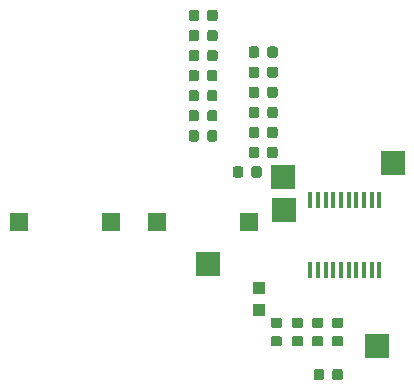
<source format=gbr>
G04 #@! TF.GenerationSoftware,KiCad,Pcbnew,5.1.4-1.fc30*
G04 #@! TF.CreationDate,2019-09-08T13:51:55+02:00*
G04 #@! TF.ProjectId,synchro2,73796e63-6872-46f3-922e-6b696361645f,rev?*
G04 #@! TF.SameCoordinates,Original*
G04 #@! TF.FileFunction,Paste,Top*
G04 #@! TF.FilePolarity,Positive*
%FSLAX46Y46*%
G04 Gerber Fmt 4.6, Leading zero omitted, Abs format (unit mm)*
G04 Created by KiCad (PCBNEW 5.1.4-1.fc30) date 2019-09-08 13:51:55*
%MOMM*%
%LPD*%
G04 APERTURE LIST*
%ADD10R,1.000000X1.000000*%
%ADD11R,2.000000X2.000000*%
%ADD12C,2.000000*%
%ADD13C,0.100000*%
%ADD14R,1.500000X1.500000*%
%ADD15C,0.875000*%
%ADD16R,0.450000X1.450000*%
G04 APERTURE END LIST*
D10*
X223850000Y-121850000D03*
X223850000Y-123750000D03*
D11*
X235150000Y-111300000D03*
X233850000Y-126750000D03*
X219550000Y-119850000D03*
X225950000Y-115300000D03*
D12*
X225900000Y-112500000D03*
D13*
G36*
X224900000Y-113500000D02*
G01*
X224900000Y-111500000D01*
X226900000Y-111500000D01*
X226900000Y-113500000D01*
X224900000Y-113500000D01*
X224900000Y-113500000D01*
G37*
D14*
X215200000Y-116300000D03*
X223000000Y-116300000D03*
D13*
G36*
X218552691Y-103426053D02*
G01*
X218573926Y-103429203D01*
X218594750Y-103434419D01*
X218614962Y-103441651D01*
X218634368Y-103450830D01*
X218652781Y-103461866D01*
X218670024Y-103474654D01*
X218685930Y-103489070D01*
X218700346Y-103504976D01*
X218713134Y-103522219D01*
X218724170Y-103540632D01*
X218733349Y-103560038D01*
X218740581Y-103580250D01*
X218745797Y-103601074D01*
X218748947Y-103622309D01*
X218750000Y-103643750D01*
X218750000Y-104156250D01*
X218748947Y-104177691D01*
X218745797Y-104198926D01*
X218740581Y-104219750D01*
X218733349Y-104239962D01*
X218724170Y-104259368D01*
X218713134Y-104277781D01*
X218700346Y-104295024D01*
X218685930Y-104310930D01*
X218670024Y-104325346D01*
X218652781Y-104338134D01*
X218634368Y-104349170D01*
X218614962Y-104358349D01*
X218594750Y-104365581D01*
X218573926Y-104370797D01*
X218552691Y-104373947D01*
X218531250Y-104375000D01*
X218093750Y-104375000D01*
X218072309Y-104373947D01*
X218051074Y-104370797D01*
X218030250Y-104365581D01*
X218010038Y-104358349D01*
X217990632Y-104349170D01*
X217972219Y-104338134D01*
X217954976Y-104325346D01*
X217939070Y-104310930D01*
X217924654Y-104295024D01*
X217911866Y-104277781D01*
X217900830Y-104259368D01*
X217891651Y-104239962D01*
X217884419Y-104219750D01*
X217879203Y-104198926D01*
X217876053Y-104177691D01*
X217875000Y-104156250D01*
X217875000Y-103643750D01*
X217876053Y-103622309D01*
X217879203Y-103601074D01*
X217884419Y-103580250D01*
X217891651Y-103560038D01*
X217900830Y-103540632D01*
X217911866Y-103522219D01*
X217924654Y-103504976D01*
X217939070Y-103489070D01*
X217954976Y-103474654D01*
X217972219Y-103461866D01*
X217990632Y-103450830D01*
X218010038Y-103441651D01*
X218030250Y-103434419D01*
X218051074Y-103429203D01*
X218072309Y-103426053D01*
X218093750Y-103425000D01*
X218531250Y-103425000D01*
X218552691Y-103426053D01*
X218552691Y-103426053D01*
G37*
D15*
X218312500Y-103900000D03*
D13*
G36*
X220127691Y-103426053D02*
G01*
X220148926Y-103429203D01*
X220169750Y-103434419D01*
X220189962Y-103441651D01*
X220209368Y-103450830D01*
X220227781Y-103461866D01*
X220245024Y-103474654D01*
X220260930Y-103489070D01*
X220275346Y-103504976D01*
X220288134Y-103522219D01*
X220299170Y-103540632D01*
X220308349Y-103560038D01*
X220315581Y-103580250D01*
X220320797Y-103601074D01*
X220323947Y-103622309D01*
X220325000Y-103643750D01*
X220325000Y-104156250D01*
X220323947Y-104177691D01*
X220320797Y-104198926D01*
X220315581Y-104219750D01*
X220308349Y-104239962D01*
X220299170Y-104259368D01*
X220288134Y-104277781D01*
X220275346Y-104295024D01*
X220260930Y-104310930D01*
X220245024Y-104325346D01*
X220227781Y-104338134D01*
X220209368Y-104349170D01*
X220189962Y-104358349D01*
X220169750Y-104365581D01*
X220148926Y-104370797D01*
X220127691Y-104373947D01*
X220106250Y-104375000D01*
X219668750Y-104375000D01*
X219647309Y-104373947D01*
X219626074Y-104370797D01*
X219605250Y-104365581D01*
X219585038Y-104358349D01*
X219565632Y-104349170D01*
X219547219Y-104338134D01*
X219529976Y-104325346D01*
X219514070Y-104310930D01*
X219499654Y-104295024D01*
X219486866Y-104277781D01*
X219475830Y-104259368D01*
X219466651Y-104239962D01*
X219459419Y-104219750D01*
X219454203Y-104198926D01*
X219451053Y-104177691D01*
X219450000Y-104156250D01*
X219450000Y-103643750D01*
X219451053Y-103622309D01*
X219454203Y-103601074D01*
X219459419Y-103580250D01*
X219466651Y-103560038D01*
X219475830Y-103540632D01*
X219486866Y-103522219D01*
X219499654Y-103504976D01*
X219514070Y-103489070D01*
X219529976Y-103474654D01*
X219547219Y-103461866D01*
X219565632Y-103450830D01*
X219585038Y-103441651D01*
X219605250Y-103434419D01*
X219626074Y-103429203D01*
X219647309Y-103426053D01*
X219668750Y-103425000D01*
X220106250Y-103425000D01*
X220127691Y-103426053D01*
X220127691Y-103426053D01*
G37*
D15*
X219887500Y-103900000D03*
D13*
G36*
X223652691Y-106526053D02*
G01*
X223673926Y-106529203D01*
X223694750Y-106534419D01*
X223714962Y-106541651D01*
X223734368Y-106550830D01*
X223752781Y-106561866D01*
X223770024Y-106574654D01*
X223785930Y-106589070D01*
X223800346Y-106604976D01*
X223813134Y-106622219D01*
X223824170Y-106640632D01*
X223833349Y-106660038D01*
X223840581Y-106680250D01*
X223845797Y-106701074D01*
X223848947Y-106722309D01*
X223850000Y-106743750D01*
X223850000Y-107256250D01*
X223848947Y-107277691D01*
X223845797Y-107298926D01*
X223840581Y-107319750D01*
X223833349Y-107339962D01*
X223824170Y-107359368D01*
X223813134Y-107377781D01*
X223800346Y-107395024D01*
X223785930Y-107410930D01*
X223770024Y-107425346D01*
X223752781Y-107438134D01*
X223734368Y-107449170D01*
X223714962Y-107458349D01*
X223694750Y-107465581D01*
X223673926Y-107470797D01*
X223652691Y-107473947D01*
X223631250Y-107475000D01*
X223193750Y-107475000D01*
X223172309Y-107473947D01*
X223151074Y-107470797D01*
X223130250Y-107465581D01*
X223110038Y-107458349D01*
X223090632Y-107449170D01*
X223072219Y-107438134D01*
X223054976Y-107425346D01*
X223039070Y-107410930D01*
X223024654Y-107395024D01*
X223011866Y-107377781D01*
X223000830Y-107359368D01*
X222991651Y-107339962D01*
X222984419Y-107319750D01*
X222979203Y-107298926D01*
X222976053Y-107277691D01*
X222975000Y-107256250D01*
X222975000Y-106743750D01*
X222976053Y-106722309D01*
X222979203Y-106701074D01*
X222984419Y-106680250D01*
X222991651Y-106660038D01*
X223000830Y-106640632D01*
X223011866Y-106622219D01*
X223024654Y-106604976D01*
X223039070Y-106589070D01*
X223054976Y-106574654D01*
X223072219Y-106561866D01*
X223090632Y-106550830D01*
X223110038Y-106541651D01*
X223130250Y-106534419D01*
X223151074Y-106529203D01*
X223172309Y-106526053D01*
X223193750Y-106525000D01*
X223631250Y-106525000D01*
X223652691Y-106526053D01*
X223652691Y-106526053D01*
G37*
D15*
X223412500Y-107000000D03*
D13*
G36*
X225227691Y-106526053D02*
G01*
X225248926Y-106529203D01*
X225269750Y-106534419D01*
X225289962Y-106541651D01*
X225309368Y-106550830D01*
X225327781Y-106561866D01*
X225345024Y-106574654D01*
X225360930Y-106589070D01*
X225375346Y-106604976D01*
X225388134Y-106622219D01*
X225399170Y-106640632D01*
X225408349Y-106660038D01*
X225415581Y-106680250D01*
X225420797Y-106701074D01*
X225423947Y-106722309D01*
X225425000Y-106743750D01*
X225425000Y-107256250D01*
X225423947Y-107277691D01*
X225420797Y-107298926D01*
X225415581Y-107319750D01*
X225408349Y-107339962D01*
X225399170Y-107359368D01*
X225388134Y-107377781D01*
X225375346Y-107395024D01*
X225360930Y-107410930D01*
X225345024Y-107425346D01*
X225327781Y-107438134D01*
X225309368Y-107449170D01*
X225289962Y-107458349D01*
X225269750Y-107465581D01*
X225248926Y-107470797D01*
X225227691Y-107473947D01*
X225206250Y-107475000D01*
X224768750Y-107475000D01*
X224747309Y-107473947D01*
X224726074Y-107470797D01*
X224705250Y-107465581D01*
X224685038Y-107458349D01*
X224665632Y-107449170D01*
X224647219Y-107438134D01*
X224629976Y-107425346D01*
X224614070Y-107410930D01*
X224599654Y-107395024D01*
X224586866Y-107377781D01*
X224575830Y-107359368D01*
X224566651Y-107339962D01*
X224559419Y-107319750D01*
X224554203Y-107298926D01*
X224551053Y-107277691D01*
X224550000Y-107256250D01*
X224550000Y-106743750D01*
X224551053Y-106722309D01*
X224554203Y-106701074D01*
X224559419Y-106680250D01*
X224566651Y-106660038D01*
X224575830Y-106640632D01*
X224586866Y-106622219D01*
X224599654Y-106604976D01*
X224614070Y-106589070D01*
X224629976Y-106574654D01*
X224647219Y-106561866D01*
X224665632Y-106550830D01*
X224685038Y-106541651D01*
X224705250Y-106534419D01*
X224726074Y-106529203D01*
X224747309Y-106526053D01*
X224768750Y-106525000D01*
X225206250Y-106525000D01*
X225227691Y-106526053D01*
X225227691Y-106526053D01*
G37*
D15*
X224987500Y-107000000D03*
D13*
G36*
X225227691Y-101426053D02*
G01*
X225248926Y-101429203D01*
X225269750Y-101434419D01*
X225289962Y-101441651D01*
X225309368Y-101450830D01*
X225327781Y-101461866D01*
X225345024Y-101474654D01*
X225360930Y-101489070D01*
X225375346Y-101504976D01*
X225388134Y-101522219D01*
X225399170Y-101540632D01*
X225408349Y-101560038D01*
X225415581Y-101580250D01*
X225420797Y-101601074D01*
X225423947Y-101622309D01*
X225425000Y-101643750D01*
X225425000Y-102156250D01*
X225423947Y-102177691D01*
X225420797Y-102198926D01*
X225415581Y-102219750D01*
X225408349Y-102239962D01*
X225399170Y-102259368D01*
X225388134Y-102277781D01*
X225375346Y-102295024D01*
X225360930Y-102310930D01*
X225345024Y-102325346D01*
X225327781Y-102338134D01*
X225309368Y-102349170D01*
X225289962Y-102358349D01*
X225269750Y-102365581D01*
X225248926Y-102370797D01*
X225227691Y-102373947D01*
X225206250Y-102375000D01*
X224768750Y-102375000D01*
X224747309Y-102373947D01*
X224726074Y-102370797D01*
X224705250Y-102365581D01*
X224685038Y-102358349D01*
X224665632Y-102349170D01*
X224647219Y-102338134D01*
X224629976Y-102325346D01*
X224614070Y-102310930D01*
X224599654Y-102295024D01*
X224586866Y-102277781D01*
X224575830Y-102259368D01*
X224566651Y-102239962D01*
X224559419Y-102219750D01*
X224554203Y-102198926D01*
X224551053Y-102177691D01*
X224550000Y-102156250D01*
X224550000Y-101643750D01*
X224551053Y-101622309D01*
X224554203Y-101601074D01*
X224559419Y-101580250D01*
X224566651Y-101560038D01*
X224575830Y-101540632D01*
X224586866Y-101522219D01*
X224599654Y-101504976D01*
X224614070Y-101489070D01*
X224629976Y-101474654D01*
X224647219Y-101461866D01*
X224665632Y-101450830D01*
X224685038Y-101441651D01*
X224705250Y-101434419D01*
X224726074Y-101429203D01*
X224747309Y-101426053D01*
X224768750Y-101425000D01*
X225206250Y-101425000D01*
X225227691Y-101426053D01*
X225227691Y-101426053D01*
G37*
D15*
X224987500Y-101900000D03*
D13*
G36*
X223652691Y-101426053D02*
G01*
X223673926Y-101429203D01*
X223694750Y-101434419D01*
X223714962Y-101441651D01*
X223734368Y-101450830D01*
X223752781Y-101461866D01*
X223770024Y-101474654D01*
X223785930Y-101489070D01*
X223800346Y-101504976D01*
X223813134Y-101522219D01*
X223824170Y-101540632D01*
X223833349Y-101560038D01*
X223840581Y-101580250D01*
X223845797Y-101601074D01*
X223848947Y-101622309D01*
X223850000Y-101643750D01*
X223850000Y-102156250D01*
X223848947Y-102177691D01*
X223845797Y-102198926D01*
X223840581Y-102219750D01*
X223833349Y-102239962D01*
X223824170Y-102259368D01*
X223813134Y-102277781D01*
X223800346Y-102295024D01*
X223785930Y-102310930D01*
X223770024Y-102325346D01*
X223752781Y-102338134D01*
X223734368Y-102349170D01*
X223714962Y-102358349D01*
X223694750Y-102365581D01*
X223673926Y-102370797D01*
X223652691Y-102373947D01*
X223631250Y-102375000D01*
X223193750Y-102375000D01*
X223172309Y-102373947D01*
X223151074Y-102370797D01*
X223130250Y-102365581D01*
X223110038Y-102358349D01*
X223090632Y-102349170D01*
X223072219Y-102338134D01*
X223054976Y-102325346D01*
X223039070Y-102310930D01*
X223024654Y-102295024D01*
X223011866Y-102277781D01*
X223000830Y-102259368D01*
X222991651Y-102239962D01*
X222984419Y-102219750D01*
X222979203Y-102198926D01*
X222976053Y-102177691D01*
X222975000Y-102156250D01*
X222975000Y-101643750D01*
X222976053Y-101622309D01*
X222979203Y-101601074D01*
X222984419Y-101580250D01*
X222991651Y-101560038D01*
X223000830Y-101540632D01*
X223011866Y-101522219D01*
X223024654Y-101504976D01*
X223039070Y-101489070D01*
X223054976Y-101474654D01*
X223072219Y-101461866D01*
X223090632Y-101450830D01*
X223110038Y-101441651D01*
X223130250Y-101434419D01*
X223151074Y-101429203D01*
X223172309Y-101426053D01*
X223193750Y-101425000D01*
X223631250Y-101425000D01*
X223652691Y-101426053D01*
X223652691Y-101426053D01*
G37*
D15*
X223412500Y-101900000D03*
D13*
G36*
X225215191Y-109926053D02*
G01*
X225236426Y-109929203D01*
X225257250Y-109934419D01*
X225277462Y-109941651D01*
X225296868Y-109950830D01*
X225315281Y-109961866D01*
X225332524Y-109974654D01*
X225348430Y-109989070D01*
X225362846Y-110004976D01*
X225375634Y-110022219D01*
X225386670Y-110040632D01*
X225395849Y-110060038D01*
X225403081Y-110080250D01*
X225408297Y-110101074D01*
X225411447Y-110122309D01*
X225412500Y-110143750D01*
X225412500Y-110656250D01*
X225411447Y-110677691D01*
X225408297Y-110698926D01*
X225403081Y-110719750D01*
X225395849Y-110739962D01*
X225386670Y-110759368D01*
X225375634Y-110777781D01*
X225362846Y-110795024D01*
X225348430Y-110810930D01*
X225332524Y-110825346D01*
X225315281Y-110838134D01*
X225296868Y-110849170D01*
X225277462Y-110858349D01*
X225257250Y-110865581D01*
X225236426Y-110870797D01*
X225215191Y-110873947D01*
X225193750Y-110875000D01*
X224756250Y-110875000D01*
X224734809Y-110873947D01*
X224713574Y-110870797D01*
X224692750Y-110865581D01*
X224672538Y-110858349D01*
X224653132Y-110849170D01*
X224634719Y-110838134D01*
X224617476Y-110825346D01*
X224601570Y-110810930D01*
X224587154Y-110795024D01*
X224574366Y-110777781D01*
X224563330Y-110759368D01*
X224554151Y-110739962D01*
X224546919Y-110719750D01*
X224541703Y-110698926D01*
X224538553Y-110677691D01*
X224537500Y-110656250D01*
X224537500Y-110143750D01*
X224538553Y-110122309D01*
X224541703Y-110101074D01*
X224546919Y-110080250D01*
X224554151Y-110060038D01*
X224563330Y-110040632D01*
X224574366Y-110022219D01*
X224587154Y-110004976D01*
X224601570Y-109989070D01*
X224617476Y-109974654D01*
X224634719Y-109961866D01*
X224653132Y-109950830D01*
X224672538Y-109941651D01*
X224692750Y-109934419D01*
X224713574Y-109929203D01*
X224734809Y-109926053D01*
X224756250Y-109925000D01*
X225193750Y-109925000D01*
X225215191Y-109926053D01*
X225215191Y-109926053D01*
G37*
D15*
X224975000Y-110400000D03*
D13*
G36*
X223640191Y-109926053D02*
G01*
X223661426Y-109929203D01*
X223682250Y-109934419D01*
X223702462Y-109941651D01*
X223721868Y-109950830D01*
X223740281Y-109961866D01*
X223757524Y-109974654D01*
X223773430Y-109989070D01*
X223787846Y-110004976D01*
X223800634Y-110022219D01*
X223811670Y-110040632D01*
X223820849Y-110060038D01*
X223828081Y-110080250D01*
X223833297Y-110101074D01*
X223836447Y-110122309D01*
X223837500Y-110143750D01*
X223837500Y-110656250D01*
X223836447Y-110677691D01*
X223833297Y-110698926D01*
X223828081Y-110719750D01*
X223820849Y-110739962D01*
X223811670Y-110759368D01*
X223800634Y-110777781D01*
X223787846Y-110795024D01*
X223773430Y-110810930D01*
X223757524Y-110825346D01*
X223740281Y-110838134D01*
X223721868Y-110849170D01*
X223702462Y-110858349D01*
X223682250Y-110865581D01*
X223661426Y-110870797D01*
X223640191Y-110873947D01*
X223618750Y-110875000D01*
X223181250Y-110875000D01*
X223159809Y-110873947D01*
X223138574Y-110870797D01*
X223117750Y-110865581D01*
X223097538Y-110858349D01*
X223078132Y-110849170D01*
X223059719Y-110838134D01*
X223042476Y-110825346D01*
X223026570Y-110810930D01*
X223012154Y-110795024D01*
X222999366Y-110777781D01*
X222988330Y-110759368D01*
X222979151Y-110739962D01*
X222971919Y-110719750D01*
X222966703Y-110698926D01*
X222963553Y-110677691D01*
X222962500Y-110656250D01*
X222962500Y-110143750D01*
X222963553Y-110122309D01*
X222966703Y-110101074D01*
X222971919Y-110080250D01*
X222979151Y-110060038D01*
X222988330Y-110040632D01*
X222999366Y-110022219D01*
X223012154Y-110004976D01*
X223026570Y-109989070D01*
X223042476Y-109974654D01*
X223059719Y-109961866D01*
X223078132Y-109950830D01*
X223097538Y-109941651D01*
X223117750Y-109934419D01*
X223138574Y-109929203D01*
X223159809Y-109926053D01*
X223181250Y-109925000D01*
X223618750Y-109925000D01*
X223640191Y-109926053D01*
X223640191Y-109926053D01*
G37*
D15*
X223400000Y-110400000D03*
D13*
G36*
X218552691Y-106826053D02*
G01*
X218573926Y-106829203D01*
X218594750Y-106834419D01*
X218614962Y-106841651D01*
X218634368Y-106850830D01*
X218652781Y-106861866D01*
X218670024Y-106874654D01*
X218685930Y-106889070D01*
X218700346Y-106904976D01*
X218713134Y-106922219D01*
X218724170Y-106940632D01*
X218733349Y-106960038D01*
X218740581Y-106980250D01*
X218745797Y-107001074D01*
X218748947Y-107022309D01*
X218750000Y-107043750D01*
X218750000Y-107556250D01*
X218748947Y-107577691D01*
X218745797Y-107598926D01*
X218740581Y-107619750D01*
X218733349Y-107639962D01*
X218724170Y-107659368D01*
X218713134Y-107677781D01*
X218700346Y-107695024D01*
X218685930Y-107710930D01*
X218670024Y-107725346D01*
X218652781Y-107738134D01*
X218634368Y-107749170D01*
X218614962Y-107758349D01*
X218594750Y-107765581D01*
X218573926Y-107770797D01*
X218552691Y-107773947D01*
X218531250Y-107775000D01*
X218093750Y-107775000D01*
X218072309Y-107773947D01*
X218051074Y-107770797D01*
X218030250Y-107765581D01*
X218010038Y-107758349D01*
X217990632Y-107749170D01*
X217972219Y-107738134D01*
X217954976Y-107725346D01*
X217939070Y-107710930D01*
X217924654Y-107695024D01*
X217911866Y-107677781D01*
X217900830Y-107659368D01*
X217891651Y-107639962D01*
X217884419Y-107619750D01*
X217879203Y-107598926D01*
X217876053Y-107577691D01*
X217875000Y-107556250D01*
X217875000Y-107043750D01*
X217876053Y-107022309D01*
X217879203Y-107001074D01*
X217884419Y-106980250D01*
X217891651Y-106960038D01*
X217900830Y-106940632D01*
X217911866Y-106922219D01*
X217924654Y-106904976D01*
X217939070Y-106889070D01*
X217954976Y-106874654D01*
X217972219Y-106861866D01*
X217990632Y-106850830D01*
X218010038Y-106841651D01*
X218030250Y-106834419D01*
X218051074Y-106829203D01*
X218072309Y-106826053D01*
X218093750Y-106825000D01*
X218531250Y-106825000D01*
X218552691Y-106826053D01*
X218552691Y-106826053D01*
G37*
D15*
X218312500Y-107300000D03*
D13*
G36*
X220127691Y-106826053D02*
G01*
X220148926Y-106829203D01*
X220169750Y-106834419D01*
X220189962Y-106841651D01*
X220209368Y-106850830D01*
X220227781Y-106861866D01*
X220245024Y-106874654D01*
X220260930Y-106889070D01*
X220275346Y-106904976D01*
X220288134Y-106922219D01*
X220299170Y-106940632D01*
X220308349Y-106960038D01*
X220315581Y-106980250D01*
X220320797Y-107001074D01*
X220323947Y-107022309D01*
X220325000Y-107043750D01*
X220325000Y-107556250D01*
X220323947Y-107577691D01*
X220320797Y-107598926D01*
X220315581Y-107619750D01*
X220308349Y-107639962D01*
X220299170Y-107659368D01*
X220288134Y-107677781D01*
X220275346Y-107695024D01*
X220260930Y-107710930D01*
X220245024Y-107725346D01*
X220227781Y-107738134D01*
X220209368Y-107749170D01*
X220189962Y-107758349D01*
X220169750Y-107765581D01*
X220148926Y-107770797D01*
X220127691Y-107773947D01*
X220106250Y-107775000D01*
X219668750Y-107775000D01*
X219647309Y-107773947D01*
X219626074Y-107770797D01*
X219605250Y-107765581D01*
X219585038Y-107758349D01*
X219565632Y-107749170D01*
X219547219Y-107738134D01*
X219529976Y-107725346D01*
X219514070Y-107710930D01*
X219499654Y-107695024D01*
X219486866Y-107677781D01*
X219475830Y-107659368D01*
X219466651Y-107639962D01*
X219459419Y-107619750D01*
X219454203Y-107598926D01*
X219451053Y-107577691D01*
X219450000Y-107556250D01*
X219450000Y-107043750D01*
X219451053Y-107022309D01*
X219454203Y-107001074D01*
X219459419Y-106980250D01*
X219466651Y-106960038D01*
X219475830Y-106940632D01*
X219486866Y-106922219D01*
X219499654Y-106904976D01*
X219514070Y-106889070D01*
X219529976Y-106874654D01*
X219547219Y-106861866D01*
X219565632Y-106850830D01*
X219585038Y-106841651D01*
X219605250Y-106834419D01*
X219626074Y-106829203D01*
X219647309Y-106826053D01*
X219668750Y-106825000D01*
X220106250Y-106825000D01*
X220127691Y-106826053D01*
X220127691Y-106826053D01*
G37*
D15*
X219887500Y-107300000D03*
D13*
G36*
X230777691Y-125951053D02*
G01*
X230798926Y-125954203D01*
X230819750Y-125959419D01*
X230839962Y-125966651D01*
X230859368Y-125975830D01*
X230877781Y-125986866D01*
X230895024Y-125999654D01*
X230910930Y-126014070D01*
X230925346Y-126029976D01*
X230938134Y-126047219D01*
X230949170Y-126065632D01*
X230958349Y-126085038D01*
X230965581Y-126105250D01*
X230970797Y-126126074D01*
X230973947Y-126147309D01*
X230975000Y-126168750D01*
X230975000Y-126606250D01*
X230973947Y-126627691D01*
X230970797Y-126648926D01*
X230965581Y-126669750D01*
X230958349Y-126689962D01*
X230949170Y-126709368D01*
X230938134Y-126727781D01*
X230925346Y-126745024D01*
X230910930Y-126760930D01*
X230895024Y-126775346D01*
X230877781Y-126788134D01*
X230859368Y-126799170D01*
X230839962Y-126808349D01*
X230819750Y-126815581D01*
X230798926Y-126820797D01*
X230777691Y-126823947D01*
X230756250Y-126825000D01*
X230243750Y-126825000D01*
X230222309Y-126823947D01*
X230201074Y-126820797D01*
X230180250Y-126815581D01*
X230160038Y-126808349D01*
X230140632Y-126799170D01*
X230122219Y-126788134D01*
X230104976Y-126775346D01*
X230089070Y-126760930D01*
X230074654Y-126745024D01*
X230061866Y-126727781D01*
X230050830Y-126709368D01*
X230041651Y-126689962D01*
X230034419Y-126669750D01*
X230029203Y-126648926D01*
X230026053Y-126627691D01*
X230025000Y-126606250D01*
X230025000Y-126168750D01*
X230026053Y-126147309D01*
X230029203Y-126126074D01*
X230034419Y-126105250D01*
X230041651Y-126085038D01*
X230050830Y-126065632D01*
X230061866Y-126047219D01*
X230074654Y-126029976D01*
X230089070Y-126014070D01*
X230104976Y-125999654D01*
X230122219Y-125986866D01*
X230140632Y-125975830D01*
X230160038Y-125966651D01*
X230180250Y-125959419D01*
X230201074Y-125954203D01*
X230222309Y-125951053D01*
X230243750Y-125950000D01*
X230756250Y-125950000D01*
X230777691Y-125951053D01*
X230777691Y-125951053D01*
G37*
D15*
X230500000Y-126387500D03*
D13*
G36*
X230777691Y-124376053D02*
G01*
X230798926Y-124379203D01*
X230819750Y-124384419D01*
X230839962Y-124391651D01*
X230859368Y-124400830D01*
X230877781Y-124411866D01*
X230895024Y-124424654D01*
X230910930Y-124439070D01*
X230925346Y-124454976D01*
X230938134Y-124472219D01*
X230949170Y-124490632D01*
X230958349Y-124510038D01*
X230965581Y-124530250D01*
X230970797Y-124551074D01*
X230973947Y-124572309D01*
X230975000Y-124593750D01*
X230975000Y-125031250D01*
X230973947Y-125052691D01*
X230970797Y-125073926D01*
X230965581Y-125094750D01*
X230958349Y-125114962D01*
X230949170Y-125134368D01*
X230938134Y-125152781D01*
X230925346Y-125170024D01*
X230910930Y-125185930D01*
X230895024Y-125200346D01*
X230877781Y-125213134D01*
X230859368Y-125224170D01*
X230839962Y-125233349D01*
X230819750Y-125240581D01*
X230798926Y-125245797D01*
X230777691Y-125248947D01*
X230756250Y-125250000D01*
X230243750Y-125250000D01*
X230222309Y-125248947D01*
X230201074Y-125245797D01*
X230180250Y-125240581D01*
X230160038Y-125233349D01*
X230140632Y-125224170D01*
X230122219Y-125213134D01*
X230104976Y-125200346D01*
X230089070Y-125185930D01*
X230074654Y-125170024D01*
X230061866Y-125152781D01*
X230050830Y-125134368D01*
X230041651Y-125114962D01*
X230034419Y-125094750D01*
X230029203Y-125073926D01*
X230026053Y-125052691D01*
X230025000Y-125031250D01*
X230025000Y-124593750D01*
X230026053Y-124572309D01*
X230029203Y-124551074D01*
X230034419Y-124530250D01*
X230041651Y-124510038D01*
X230050830Y-124490632D01*
X230061866Y-124472219D01*
X230074654Y-124454976D01*
X230089070Y-124439070D01*
X230104976Y-124424654D01*
X230122219Y-124411866D01*
X230140632Y-124400830D01*
X230160038Y-124391651D01*
X230180250Y-124384419D01*
X230201074Y-124379203D01*
X230222309Y-124376053D01*
X230243750Y-124375000D01*
X230756250Y-124375000D01*
X230777691Y-124376053D01*
X230777691Y-124376053D01*
G37*
D15*
X230500000Y-124812500D03*
D13*
G36*
X225215191Y-104826053D02*
G01*
X225236426Y-104829203D01*
X225257250Y-104834419D01*
X225277462Y-104841651D01*
X225296868Y-104850830D01*
X225315281Y-104861866D01*
X225332524Y-104874654D01*
X225348430Y-104889070D01*
X225362846Y-104904976D01*
X225375634Y-104922219D01*
X225386670Y-104940632D01*
X225395849Y-104960038D01*
X225403081Y-104980250D01*
X225408297Y-105001074D01*
X225411447Y-105022309D01*
X225412500Y-105043750D01*
X225412500Y-105556250D01*
X225411447Y-105577691D01*
X225408297Y-105598926D01*
X225403081Y-105619750D01*
X225395849Y-105639962D01*
X225386670Y-105659368D01*
X225375634Y-105677781D01*
X225362846Y-105695024D01*
X225348430Y-105710930D01*
X225332524Y-105725346D01*
X225315281Y-105738134D01*
X225296868Y-105749170D01*
X225277462Y-105758349D01*
X225257250Y-105765581D01*
X225236426Y-105770797D01*
X225215191Y-105773947D01*
X225193750Y-105775000D01*
X224756250Y-105775000D01*
X224734809Y-105773947D01*
X224713574Y-105770797D01*
X224692750Y-105765581D01*
X224672538Y-105758349D01*
X224653132Y-105749170D01*
X224634719Y-105738134D01*
X224617476Y-105725346D01*
X224601570Y-105710930D01*
X224587154Y-105695024D01*
X224574366Y-105677781D01*
X224563330Y-105659368D01*
X224554151Y-105639962D01*
X224546919Y-105619750D01*
X224541703Y-105598926D01*
X224538553Y-105577691D01*
X224537500Y-105556250D01*
X224537500Y-105043750D01*
X224538553Y-105022309D01*
X224541703Y-105001074D01*
X224546919Y-104980250D01*
X224554151Y-104960038D01*
X224563330Y-104940632D01*
X224574366Y-104922219D01*
X224587154Y-104904976D01*
X224601570Y-104889070D01*
X224617476Y-104874654D01*
X224634719Y-104861866D01*
X224653132Y-104850830D01*
X224672538Y-104841651D01*
X224692750Y-104834419D01*
X224713574Y-104829203D01*
X224734809Y-104826053D01*
X224756250Y-104825000D01*
X225193750Y-104825000D01*
X225215191Y-104826053D01*
X225215191Y-104826053D01*
G37*
D15*
X224975000Y-105300000D03*
D13*
G36*
X223640191Y-104826053D02*
G01*
X223661426Y-104829203D01*
X223682250Y-104834419D01*
X223702462Y-104841651D01*
X223721868Y-104850830D01*
X223740281Y-104861866D01*
X223757524Y-104874654D01*
X223773430Y-104889070D01*
X223787846Y-104904976D01*
X223800634Y-104922219D01*
X223811670Y-104940632D01*
X223820849Y-104960038D01*
X223828081Y-104980250D01*
X223833297Y-105001074D01*
X223836447Y-105022309D01*
X223837500Y-105043750D01*
X223837500Y-105556250D01*
X223836447Y-105577691D01*
X223833297Y-105598926D01*
X223828081Y-105619750D01*
X223820849Y-105639962D01*
X223811670Y-105659368D01*
X223800634Y-105677781D01*
X223787846Y-105695024D01*
X223773430Y-105710930D01*
X223757524Y-105725346D01*
X223740281Y-105738134D01*
X223721868Y-105749170D01*
X223702462Y-105758349D01*
X223682250Y-105765581D01*
X223661426Y-105770797D01*
X223640191Y-105773947D01*
X223618750Y-105775000D01*
X223181250Y-105775000D01*
X223159809Y-105773947D01*
X223138574Y-105770797D01*
X223117750Y-105765581D01*
X223097538Y-105758349D01*
X223078132Y-105749170D01*
X223059719Y-105738134D01*
X223042476Y-105725346D01*
X223026570Y-105710930D01*
X223012154Y-105695024D01*
X222999366Y-105677781D01*
X222988330Y-105659368D01*
X222979151Y-105639962D01*
X222971919Y-105619750D01*
X222966703Y-105598926D01*
X222963553Y-105577691D01*
X222962500Y-105556250D01*
X222962500Y-105043750D01*
X222963553Y-105022309D01*
X222966703Y-105001074D01*
X222971919Y-104980250D01*
X222979151Y-104960038D01*
X222988330Y-104940632D01*
X222999366Y-104922219D01*
X223012154Y-104904976D01*
X223026570Y-104889070D01*
X223042476Y-104874654D01*
X223059719Y-104861866D01*
X223078132Y-104850830D01*
X223097538Y-104841651D01*
X223117750Y-104834419D01*
X223138574Y-104829203D01*
X223159809Y-104826053D01*
X223181250Y-104825000D01*
X223618750Y-104825000D01*
X223640191Y-104826053D01*
X223640191Y-104826053D01*
G37*
D15*
X223400000Y-105300000D03*
D13*
G36*
X220140191Y-101726053D02*
G01*
X220161426Y-101729203D01*
X220182250Y-101734419D01*
X220202462Y-101741651D01*
X220221868Y-101750830D01*
X220240281Y-101761866D01*
X220257524Y-101774654D01*
X220273430Y-101789070D01*
X220287846Y-101804976D01*
X220300634Y-101822219D01*
X220311670Y-101840632D01*
X220320849Y-101860038D01*
X220328081Y-101880250D01*
X220333297Y-101901074D01*
X220336447Y-101922309D01*
X220337500Y-101943750D01*
X220337500Y-102456250D01*
X220336447Y-102477691D01*
X220333297Y-102498926D01*
X220328081Y-102519750D01*
X220320849Y-102539962D01*
X220311670Y-102559368D01*
X220300634Y-102577781D01*
X220287846Y-102595024D01*
X220273430Y-102610930D01*
X220257524Y-102625346D01*
X220240281Y-102638134D01*
X220221868Y-102649170D01*
X220202462Y-102658349D01*
X220182250Y-102665581D01*
X220161426Y-102670797D01*
X220140191Y-102673947D01*
X220118750Y-102675000D01*
X219681250Y-102675000D01*
X219659809Y-102673947D01*
X219638574Y-102670797D01*
X219617750Y-102665581D01*
X219597538Y-102658349D01*
X219578132Y-102649170D01*
X219559719Y-102638134D01*
X219542476Y-102625346D01*
X219526570Y-102610930D01*
X219512154Y-102595024D01*
X219499366Y-102577781D01*
X219488330Y-102559368D01*
X219479151Y-102539962D01*
X219471919Y-102519750D01*
X219466703Y-102498926D01*
X219463553Y-102477691D01*
X219462500Y-102456250D01*
X219462500Y-101943750D01*
X219463553Y-101922309D01*
X219466703Y-101901074D01*
X219471919Y-101880250D01*
X219479151Y-101860038D01*
X219488330Y-101840632D01*
X219499366Y-101822219D01*
X219512154Y-101804976D01*
X219526570Y-101789070D01*
X219542476Y-101774654D01*
X219559719Y-101761866D01*
X219578132Y-101750830D01*
X219597538Y-101741651D01*
X219617750Y-101734419D01*
X219638574Y-101729203D01*
X219659809Y-101726053D01*
X219681250Y-101725000D01*
X220118750Y-101725000D01*
X220140191Y-101726053D01*
X220140191Y-101726053D01*
G37*
D15*
X219900000Y-102200000D03*
D13*
G36*
X218565191Y-101726053D02*
G01*
X218586426Y-101729203D01*
X218607250Y-101734419D01*
X218627462Y-101741651D01*
X218646868Y-101750830D01*
X218665281Y-101761866D01*
X218682524Y-101774654D01*
X218698430Y-101789070D01*
X218712846Y-101804976D01*
X218725634Y-101822219D01*
X218736670Y-101840632D01*
X218745849Y-101860038D01*
X218753081Y-101880250D01*
X218758297Y-101901074D01*
X218761447Y-101922309D01*
X218762500Y-101943750D01*
X218762500Y-102456250D01*
X218761447Y-102477691D01*
X218758297Y-102498926D01*
X218753081Y-102519750D01*
X218745849Y-102539962D01*
X218736670Y-102559368D01*
X218725634Y-102577781D01*
X218712846Y-102595024D01*
X218698430Y-102610930D01*
X218682524Y-102625346D01*
X218665281Y-102638134D01*
X218646868Y-102649170D01*
X218627462Y-102658349D01*
X218607250Y-102665581D01*
X218586426Y-102670797D01*
X218565191Y-102673947D01*
X218543750Y-102675000D01*
X218106250Y-102675000D01*
X218084809Y-102673947D01*
X218063574Y-102670797D01*
X218042750Y-102665581D01*
X218022538Y-102658349D01*
X218003132Y-102649170D01*
X217984719Y-102638134D01*
X217967476Y-102625346D01*
X217951570Y-102610930D01*
X217937154Y-102595024D01*
X217924366Y-102577781D01*
X217913330Y-102559368D01*
X217904151Y-102539962D01*
X217896919Y-102519750D01*
X217891703Y-102498926D01*
X217888553Y-102477691D01*
X217887500Y-102456250D01*
X217887500Y-101943750D01*
X217888553Y-101922309D01*
X217891703Y-101901074D01*
X217896919Y-101880250D01*
X217904151Y-101860038D01*
X217913330Y-101840632D01*
X217924366Y-101822219D01*
X217937154Y-101804976D01*
X217951570Y-101789070D01*
X217967476Y-101774654D01*
X217984719Y-101761866D01*
X218003132Y-101750830D01*
X218022538Y-101741651D01*
X218042750Y-101734419D01*
X218063574Y-101729203D01*
X218084809Y-101726053D01*
X218106250Y-101725000D01*
X218543750Y-101725000D01*
X218565191Y-101726053D01*
X218565191Y-101726053D01*
G37*
D15*
X218325000Y-102200000D03*
D13*
G36*
X220127691Y-105126053D02*
G01*
X220148926Y-105129203D01*
X220169750Y-105134419D01*
X220189962Y-105141651D01*
X220209368Y-105150830D01*
X220227781Y-105161866D01*
X220245024Y-105174654D01*
X220260930Y-105189070D01*
X220275346Y-105204976D01*
X220288134Y-105222219D01*
X220299170Y-105240632D01*
X220308349Y-105260038D01*
X220315581Y-105280250D01*
X220320797Y-105301074D01*
X220323947Y-105322309D01*
X220325000Y-105343750D01*
X220325000Y-105856250D01*
X220323947Y-105877691D01*
X220320797Y-105898926D01*
X220315581Y-105919750D01*
X220308349Y-105939962D01*
X220299170Y-105959368D01*
X220288134Y-105977781D01*
X220275346Y-105995024D01*
X220260930Y-106010930D01*
X220245024Y-106025346D01*
X220227781Y-106038134D01*
X220209368Y-106049170D01*
X220189962Y-106058349D01*
X220169750Y-106065581D01*
X220148926Y-106070797D01*
X220127691Y-106073947D01*
X220106250Y-106075000D01*
X219668750Y-106075000D01*
X219647309Y-106073947D01*
X219626074Y-106070797D01*
X219605250Y-106065581D01*
X219585038Y-106058349D01*
X219565632Y-106049170D01*
X219547219Y-106038134D01*
X219529976Y-106025346D01*
X219514070Y-106010930D01*
X219499654Y-105995024D01*
X219486866Y-105977781D01*
X219475830Y-105959368D01*
X219466651Y-105939962D01*
X219459419Y-105919750D01*
X219454203Y-105898926D01*
X219451053Y-105877691D01*
X219450000Y-105856250D01*
X219450000Y-105343750D01*
X219451053Y-105322309D01*
X219454203Y-105301074D01*
X219459419Y-105280250D01*
X219466651Y-105260038D01*
X219475830Y-105240632D01*
X219486866Y-105222219D01*
X219499654Y-105204976D01*
X219514070Y-105189070D01*
X219529976Y-105174654D01*
X219547219Y-105161866D01*
X219565632Y-105150830D01*
X219585038Y-105141651D01*
X219605250Y-105134419D01*
X219626074Y-105129203D01*
X219647309Y-105126053D01*
X219668750Y-105125000D01*
X220106250Y-105125000D01*
X220127691Y-105126053D01*
X220127691Y-105126053D01*
G37*
D15*
X219887500Y-105600000D03*
D13*
G36*
X218552691Y-105126053D02*
G01*
X218573926Y-105129203D01*
X218594750Y-105134419D01*
X218614962Y-105141651D01*
X218634368Y-105150830D01*
X218652781Y-105161866D01*
X218670024Y-105174654D01*
X218685930Y-105189070D01*
X218700346Y-105204976D01*
X218713134Y-105222219D01*
X218724170Y-105240632D01*
X218733349Y-105260038D01*
X218740581Y-105280250D01*
X218745797Y-105301074D01*
X218748947Y-105322309D01*
X218750000Y-105343750D01*
X218750000Y-105856250D01*
X218748947Y-105877691D01*
X218745797Y-105898926D01*
X218740581Y-105919750D01*
X218733349Y-105939962D01*
X218724170Y-105959368D01*
X218713134Y-105977781D01*
X218700346Y-105995024D01*
X218685930Y-106010930D01*
X218670024Y-106025346D01*
X218652781Y-106038134D01*
X218634368Y-106049170D01*
X218614962Y-106058349D01*
X218594750Y-106065581D01*
X218573926Y-106070797D01*
X218552691Y-106073947D01*
X218531250Y-106075000D01*
X218093750Y-106075000D01*
X218072309Y-106073947D01*
X218051074Y-106070797D01*
X218030250Y-106065581D01*
X218010038Y-106058349D01*
X217990632Y-106049170D01*
X217972219Y-106038134D01*
X217954976Y-106025346D01*
X217939070Y-106010930D01*
X217924654Y-105995024D01*
X217911866Y-105977781D01*
X217900830Y-105959368D01*
X217891651Y-105939962D01*
X217884419Y-105919750D01*
X217879203Y-105898926D01*
X217876053Y-105877691D01*
X217875000Y-105856250D01*
X217875000Y-105343750D01*
X217876053Y-105322309D01*
X217879203Y-105301074D01*
X217884419Y-105280250D01*
X217891651Y-105260038D01*
X217900830Y-105240632D01*
X217911866Y-105222219D01*
X217924654Y-105204976D01*
X217939070Y-105189070D01*
X217954976Y-105174654D01*
X217972219Y-105161866D01*
X217990632Y-105150830D01*
X218010038Y-105141651D01*
X218030250Y-105134419D01*
X218051074Y-105129203D01*
X218072309Y-105126053D01*
X218093750Y-105125000D01*
X218531250Y-105125000D01*
X218552691Y-105126053D01*
X218552691Y-105126053D01*
G37*
D15*
X218312500Y-105600000D03*
D13*
G36*
X223652691Y-103126053D02*
G01*
X223673926Y-103129203D01*
X223694750Y-103134419D01*
X223714962Y-103141651D01*
X223734368Y-103150830D01*
X223752781Y-103161866D01*
X223770024Y-103174654D01*
X223785930Y-103189070D01*
X223800346Y-103204976D01*
X223813134Y-103222219D01*
X223824170Y-103240632D01*
X223833349Y-103260038D01*
X223840581Y-103280250D01*
X223845797Y-103301074D01*
X223848947Y-103322309D01*
X223850000Y-103343750D01*
X223850000Y-103856250D01*
X223848947Y-103877691D01*
X223845797Y-103898926D01*
X223840581Y-103919750D01*
X223833349Y-103939962D01*
X223824170Y-103959368D01*
X223813134Y-103977781D01*
X223800346Y-103995024D01*
X223785930Y-104010930D01*
X223770024Y-104025346D01*
X223752781Y-104038134D01*
X223734368Y-104049170D01*
X223714962Y-104058349D01*
X223694750Y-104065581D01*
X223673926Y-104070797D01*
X223652691Y-104073947D01*
X223631250Y-104075000D01*
X223193750Y-104075000D01*
X223172309Y-104073947D01*
X223151074Y-104070797D01*
X223130250Y-104065581D01*
X223110038Y-104058349D01*
X223090632Y-104049170D01*
X223072219Y-104038134D01*
X223054976Y-104025346D01*
X223039070Y-104010930D01*
X223024654Y-103995024D01*
X223011866Y-103977781D01*
X223000830Y-103959368D01*
X222991651Y-103939962D01*
X222984419Y-103919750D01*
X222979203Y-103898926D01*
X222976053Y-103877691D01*
X222975000Y-103856250D01*
X222975000Y-103343750D01*
X222976053Y-103322309D01*
X222979203Y-103301074D01*
X222984419Y-103280250D01*
X222991651Y-103260038D01*
X223000830Y-103240632D01*
X223011866Y-103222219D01*
X223024654Y-103204976D01*
X223039070Y-103189070D01*
X223054976Y-103174654D01*
X223072219Y-103161866D01*
X223090632Y-103150830D01*
X223110038Y-103141651D01*
X223130250Y-103134419D01*
X223151074Y-103129203D01*
X223172309Y-103126053D01*
X223193750Y-103125000D01*
X223631250Y-103125000D01*
X223652691Y-103126053D01*
X223652691Y-103126053D01*
G37*
D15*
X223412500Y-103600000D03*
D13*
G36*
X225227691Y-103126053D02*
G01*
X225248926Y-103129203D01*
X225269750Y-103134419D01*
X225289962Y-103141651D01*
X225309368Y-103150830D01*
X225327781Y-103161866D01*
X225345024Y-103174654D01*
X225360930Y-103189070D01*
X225375346Y-103204976D01*
X225388134Y-103222219D01*
X225399170Y-103240632D01*
X225408349Y-103260038D01*
X225415581Y-103280250D01*
X225420797Y-103301074D01*
X225423947Y-103322309D01*
X225425000Y-103343750D01*
X225425000Y-103856250D01*
X225423947Y-103877691D01*
X225420797Y-103898926D01*
X225415581Y-103919750D01*
X225408349Y-103939962D01*
X225399170Y-103959368D01*
X225388134Y-103977781D01*
X225375346Y-103995024D01*
X225360930Y-104010930D01*
X225345024Y-104025346D01*
X225327781Y-104038134D01*
X225309368Y-104049170D01*
X225289962Y-104058349D01*
X225269750Y-104065581D01*
X225248926Y-104070797D01*
X225227691Y-104073947D01*
X225206250Y-104075000D01*
X224768750Y-104075000D01*
X224747309Y-104073947D01*
X224726074Y-104070797D01*
X224705250Y-104065581D01*
X224685038Y-104058349D01*
X224665632Y-104049170D01*
X224647219Y-104038134D01*
X224629976Y-104025346D01*
X224614070Y-104010930D01*
X224599654Y-103995024D01*
X224586866Y-103977781D01*
X224575830Y-103959368D01*
X224566651Y-103939962D01*
X224559419Y-103919750D01*
X224554203Y-103898926D01*
X224551053Y-103877691D01*
X224550000Y-103856250D01*
X224550000Y-103343750D01*
X224551053Y-103322309D01*
X224554203Y-103301074D01*
X224559419Y-103280250D01*
X224566651Y-103260038D01*
X224575830Y-103240632D01*
X224586866Y-103222219D01*
X224599654Y-103204976D01*
X224614070Y-103189070D01*
X224629976Y-103174654D01*
X224647219Y-103161866D01*
X224665632Y-103150830D01*
X224685038Y-103141651D01*
X224705250Y-103134419D01*
X224726074Y-103129203D01*
X224747309Y-103126053D01*
X224768750Y-103125000D01*
X225206250Y-103125000D01*
X225227691Y-103126053D01*
X225227691Y-103126053D01*
G37*
D15*
X224987500Y-103600000D03*
D13*
G36*
X218565191Y-100026053D02*
G01*
X218586426Y-100029203D01*
X218607250Y-100034419D01*
X218627462Y-100041651D01*
X218646868Y-100050830D01*
X218665281Y-100061866D01*
X218682524Y-100074654D01*
X218698430Y-100089070D01*
X218712846Y-100104976D01*
X218725634Y-100122219D01*
X218736670Y-100140632D01*
X218745849Y-100160038D01*
X218753081Y-100180250D01*
X218758297Y-100201074D01*
X218761447Y-100222309D01*
X218762500Y-100243750D01*
X218762500Y-100756250D01*
X218761447Y-100777691D01*
X218758297Y-100798926D01*
X218753081Y-100819750D01*
X218745849Y-100839962D01*
X218736670Y-100859368D01*
X218725634Y-100877781D01*
X218712846Y-100895024D01*
X218698430Y-100910930D01*
X218682524Y-100925346D01*
X218665281Y-100938134D01*
X218646868Y-100949170D01*
X218627462Y-100958349D01*
X218607250Y-100965581D01*
X218586426Y-100970797D01*
X218565191Y-100973947D01*
X218543750Y-100975000D01*
X218106250Y-100975000D01*
X218084809Y-100973947D01*
X218063574Y-100970797D01*
X218042750Y-100965581D01*
X218022538Y-100958349D01*
X218003132Y-100949170D01*
X217984719Y-100938134D01*
X217967476Y-100925346D01*
X217951570Y-100910930D01*
X217937154Y-100895024D01*
X217924366Y-100877781D01*
X217913330Y-100859368D01*
X217904151Y-100839962D01*
X217896919Y-100819750D01*
X217891703Y-100798926D01*
X217888553Y-100777691D01*
X217887500Y-100756250D01*
X217887500Y-100243750D01*
X217888553Y-100222309D01*
X217891703Y-100201074D01*
X217896919Y-100180250D01*
X217904151Y-100160038D01*
X217913330Y-100140632D01*
X217924366Y-100122219D01*
X217937154Y-100104976D01*
X217951570Y-100089070D01*
X217967476Y-100074654D01*
X217984719Y-100061866D01*
X218003132Y-100050830D01*
X218022538Y-100041651D01*
X218042750Y-100034419D01*
X218063574Y-100029203D01*
X218084809Y-100026053D01*
X218106250Y-100025000D01*
X218543750Y-100025000D01*
X218565191Y-100026053D01*
X218565191Y-100026053D01*
G37*
D15*
X218325000Y-100500000D03*
D13*
G36*
X220140191Y-100026053D02*
G01*
X220161426Y-100029203D01*
X220182250Y-100034419D01*
X220202462Y-100041651D01*
X220221868Y-100050830D01*
X220240281Y-100061866D01*
X220257524Y-100074654D01*
X220273430Y-100089070D01*
X220287846Y-100104976D01*
X220300634Y-100122219D01*
X220311670Y-100140632D01*
X220320849Y-100160038D01*
X220328081Y-100180250D01*
X220333297Y-100201074D01*
X220336447Y-100222309D01*
X220337500Y-100243750D01*
X220337500Y-100756250D01*
X220336447Y-100777691D01*
X220333297Y-100798926D01*
X220328081Y-100819750D01*
X220320849Y-100839962D01*
X220311670Y-100859368D01*
X220300634Y-100877781D01*
X220287846Y-100895024D01*
X220273430Y-100910930D01*
X220257524Y-100925346D01*
X220240281Y-100938134D01*
X220221868Y-100949170D01*
X220202462Y-100958349D01*
X220182250Y-100965581D01*
X220161426Y-100970797D01*
X220140191Y-100973947D01*
X220118750Y-100975000D01*
X219681250Y-100975000D01*
X219659809Y-100973947D01*
X219638574Y-100970797D01*
X219617750Y-100965581D01*
X219597538Y-100958349D01*
X219578132Y-100949170D01*
X219559719Y-100938134D01*
X219542476Y-100925346D01*
X219526570Y-100910930D01*
X219512154Y-100895024D01*
X219499366Y-100877781D01*
X219488330Y-100859368D01*
X219479151Y-100839962D01*
X219471919Y-100819750D01*
X219466703Y-100798926D01*
X219463553Y-100777691D01*
X219462500Y-100756250D01*
X219462500Y-100243750D01*
X219463553Y-100222309D01*
X219466703Y-100201074D01*
X219471919Y-100180250D01*
X219479151Y-100160038D01*
X219488330Y-100140632D01*
X219499366Y-100122219D01*
X219512154Y-100104976D01*
X219526570Y-100089070D01*
X219542476Y-100074654D01*
X219559719Y-100061866D01*
X219578132Y-100050830D01*
X219597538Y-100041651D01*
X219617750Y-100034419D01*
X219638574Y-100029203D01*
X219659809Y-100026053D01*
X219681250Y-100025000D01*
X220118750Y-100025000D01*
X220140191Y-100026053D01*
X220140191Y-100026053D01*
G37*
D15*
X219900000Y-100500000D03*
D13*
G36*
X225577691Y-125951053D02*
G01*
X225598926Y-125954203D01*
X225619750Y-125959419D01*
X225639962Y-125966651D01*
X225659368Y-125975830D01*
X225677781Y-125986866D01*
X225695024Y-125999654D01*
X225710930Y-126014070D01*
X225725346Y-126029976D01*
X225738134Y-126047219D01*
X225749170Y-126065632D01*
X225758349Y-126085038D01*
X225765581Y-126105250D01*
X225770797Y-126126074D01*
X225773947Y-126147309D01*
X225775000Y-126168750D01*
X225775000Y-126606250D01*
X225773947Y-126627691D01*
X225770797Y-126648926D01*
X225765581Y-126669750D01*
X225758349Y-126689962D01*
X225749170Y-126709368D01*
X225738134Y-126727781D01*
X225725346Y-126745024D01*
X225710930Y-126760930D01*
X225695024Y-126775346D01*
X225677781Y-126788134D01*
X225659368Y-126799170D01*
X225639962Y-126808349D01*
X225619750Y-126815581D01*
X225598926Y-126820797D01*
X225577691Y-126823947D01*
X225556250Y-126825000D01*
X225043750Y-126825000D01*
X225022309Y-126823947D01*
X225001074Y-126820797D01*
X224980250Y-126815581D01*
X224960038Y-126808349D01*
X224940632Y-126799170D01*
X224922219Y-126788134D01*
X224904976Y-126775346D01*
X224889070Y-126760930D01*
X224874654Y-126745024D01*
X224861866Y-126727781D01*
X224850830Y-126709368D01*
X224841651Y-126689962D01*
X224834419Y-126669750D01*
X224829203Y-126648926D01*
X224826053Y-126627691D01*
X224825000Y-126606250D01*
X224825000Y-126168750D01*
X224826053Y-126147309D01*
X224829203Y-126126074D01*
X224834419Y-126105250D01*
X224841651Y-126085038D01*
X224850830Y-126065632D01*
X224861866Y-126047219D01*
X224874654Y-126029976D01*
X224889070Y-126014070D01*
X224904976Y-125999654D01*
X224922219Y-125986866D01*
X224940632Y-125975830D01*
X224960038Y-125966651D01*
X224980250Y-125959419D01*
X225001074Y-125954203D01*
X225022309Y-125951053D01*
X225043750Y-125950000D01*
X225556250Y-125950000D01*
X225577691Y-125951053D01*
X225577691Y-125951053D01*
G37*
D15*
X225300000Y-126387500D03*
D13*
G36*
X225577691Y-124376053D02*
G01*
X225598926Y-124379203D01*
X225619750Y-124384419D01*
X225639962Y-124391651D01*
X225659368Y-124400830D01*
X225677781Y-124411866D01*
X225695024Y-124424654D01*
X225710930Y-124439070D01*
X225725346Y-124454976D01*
X225738134Y-124472219D01*
X225749170Y-124490632D01*
X225758349Y-124510038D01*
X225765581Y-124530250D01*
X225770797Y-124551074D01*
X225773947Y-124572309D01*
X225775000Y-124593750D01*
X225775000Y-125031250D01*
X225773947Y-125052691D01*
X225770797Y-125073926D01*
X225765581Y-125094750D01*
X225758349Y-125114962D01*
X225749170Y-125134368D01*
X225738134Y-125152781D01*
X225725346Y-125170024D01*
X225710930Y-125185930D01*
X225695024Y-125200346D01*
X225677781Y-125213134D01*
X225659368Y-125224170D01*
X225639962Y-125233349D01*
X225619750Y-125240581D01*
X225598926Y-125245797D01*
X225577691Y-125248947D01*
X225556250Y-125250000D01*
X225043750Y-125250000D01*
X225022309Y-125248947D01*
X225001074Y-125245797D01*
X224980250Y-125240581D01*
X224960038Y-125233349D01*
X224940632Y-125224170D01*
X224922219Y-125213134D01*
X224904976Y-125200346D01*
X224889070Y-125185930D01*
X224874654Y-125170024D01*
X224861866Y-125152781D01*
X224850830Y-125134368D01*
X224841651Y-125114962D01*
X224834419Y-125094750D01*
X224829203Y-125073926D01*
X224826053Y-125052691D01*
X224825000Y-125031250D01*
X224825000Y-124593750D01*
X224826053Y-124572309D01*
X224829203Y-124551074D01*
X224834419Y-124530250D01*
X224841651Y-124510038D01*
X224850830Y-124490632D01*
X224861866Y-124472219D01*
X224874654Y-124454976D01*
X224889070Y-124439070D01*
X224904976Y-124424654D01*
X224922219Y-124411866D01*
X224940632Y-124400830D01*
X224960038Y-124391651D01*
X224980250Y-124384419D01*
X225001074Y-124379203D01*
X225022309Y-124376053D01*
X225043750Y-124375000D01*
X225556250Y-124375000D01*
X225577691Y-124376053D01*
X225577691Y-124376053D01*
G37*
D15*
X225300000Y-124812500D03*
D13*
G36*
X222302691Y-111576053D02*
G01*
X222323926Y-111579203D01*
X222344750Y-111584419D01*
X222364962Y-111591651D01*
X222384368Y-111600830D01*
X222402781Y-111611866D01*
X222420024Y-111624654D01*
X222435930Y-111639070D01*
X222450346Y-111654976D01*
X222463134Y-111672219D01*
X222474170Y-111690632D01*
X222483349Y-111710038D01*
X222490581Y-111730250D01*
X222495797Y-111751074D01*
X222498947Y-111772309D01*
X222500000Y-111793750D01*
X222500000Y-112306250D01*
X222498947Y-112327691D01*
X222495797Y-112348926D01*
X222490581Y-112369750D01*
X222483349Y-112389962D01*
X222474170Y-112409368D01*
X222463134Y-112427781D01*
X222450346Y-112445024D01*
X222435930Y-112460930D01*
X222420024Y-112475346D01*
X222402781Y-112488134D01*
X222384368Y-112499170D01*
X222364962Y-112508349D01*
X222344750Y-112515581D01*
X222323926Y-112520797D01*
X222302691Y-112523947D01*
X222281250Y-112525000D01*
X221843750Y-112525000D01*
X221822309Y-112523947D01*
X221801074Y-112520797D01*
X221780250Y-112515581D01*
X221760038Y-112508349D01*
X221740632Y-112499170D01*
X221722219Y-112488134D01*
X221704976Y-112475346D01*
X221689070Y-112460930D01*
X221674654Y-112445024D01*
X221661866Y-112427781D01*
X221650830Y-112409368D01*
X221641651Y-112389962D01*
X221634419Y-112369750D01*
X221629203Y-112348926D01*
X221626053Y-112327691D01*
X221625000Y-112306250D01*
X221625000Y-111793750D01*
X221626053Y-111772309D01*
X221629203Y-111751074D01*
X221634419Y-111730250D01*
X221641651Y-111710038D01*
X221650830Y-111690632D01*
X221661866Y-111672219D01*
X221674654Y-111654976D01*
X221689070Y-111639070D01*
X221704976Y-111624654D01*
X221722219Y-111611866D01*
X221740632Y-111600830D01*
X221760038Y-111591651D01*
X221780250Y-111584419D01*
X221801074Y-111579203D01*
X221822309Y-111576053D01*
X221843750Y-111575000D01*
X222281250Y-111575000D01*
X222302691Y-111576053D01*
X222302691Y-111576053D01*
G37*
D15*
X222062500Y-112050000D03*
D13*
G36*
X223877691Y-111576053D02*
G01*
X223898926Y-111579203D01*
X223919750Y-111584419D01*
X223939962Y-111591651D01*
X223959368Y-111600830D01*
X223977781Y-111611866D01*
X223995024Y-111624654D01*
X224010930Y-111639070D01*
X224025346Y-111654976D01*
X224038134Y-111672219D01*
X224049170Y-111690632D01*
X224058349Y-111710038D01*
X224065581Y-111730250D01*
X224070797Y-111751074D01*
X224073947Y-111772309D01*
X224075000Y-111793750D01*
X224075000Y-112306250D01*
X224073947Y-112327691D01*
X224070797Y-112348926D01*
X224065581Y-112369750D01*
X224058349Y-112389962D01*
X224049170Y-112409368D01*
X224038134Y-112427781D01*
X224025346Y-112445024D01*
X224010930Y-112460930D01*
X223995024Y-112475346D01*
X223977781Y-112488134D01*
X223959368Y-112499170D01*
X223939962Y-112508349D01*
X223919750Y-112515581D01*
X223898926Y-112520797D01*
X223877691Y-112523947D01*
X223856250Y-112525000D01*
X223418750Y-112525000D01*
X223397309Y-112523947D01*
X223376074Y-112520797D01*
X223355250Y-112515581D01*
X223335038Y-112508349D01*
X223315632Y-112499170D01*
X223297219Y-112488134D01*
X223279976Y-112475346D01*
X223264070Y-112460930D01*
X223249654Y-112445024D01*
X223236866Y-112427781D01*
X223225830Y-112409368D01*
X223216651Y-112389962D01*
X223209419Y-112369750D01*
X223204203Y-112348926D01*
X223201053Y-112327691D01*
X223200000Y-112306250D01*
X223200000Y-111793750D01*
X223201053Y-111772309D01*
X223204203Y-111751074D01*
X223209419Y-111730250D01*
X223216651Y-111710038D01*
X223225830Y-111690632D01*
X223236866Y-111672219D01*
X223249654Y-111654976D01*
X223264070Y-111639070D01*
X223279976Y-111624654D01*
X223297219Y-111611866D01*
X223315632Y-111600830D01*
X223335038Y-111591651D01*
X223355250Y-111584419D01*
X223376074Y-111579203D01*
X223397309Y-111576053D01*
X223418750Y-111575000D01*
X223856250Y-111575000D01*
X223877691Y-111576053D01*
X223877691Y-111576053D01*
G37*
D15*
X223637500Y-112050000D03*
D13*
G36*
X225215191Y-108226053D02*
G01*
X225236426Y-108229203D01*
X225257250Y-108234419D01*
X225277462Y-108241651D01*
X225296868Y-108250830D01*
X225315281Y-108261866D01*
X225332524Y-108274654D01*
X225348430Y-108289070D01*
X225362846Y-108304976D01*
X225375634Y-108322219D01*
X225386670Y-108340632D01*
X225395849Y-108360038D01*
X225403081Y-108380250D01*
X225408297Y-108401074D01*
X225411447Y-108422309D01*
X225412500Y-108443750D01*
X225412500Y-108956250D01*
X225411447Y-108977691D01*
X225408297Y-108998926D01*
X225403081Y-109019750D01*
X225395849Y-109039962D01*
X225386670Y-109059368D01*
X225375634Y-109077781D01*
X225362846Y-109095024D01*
X225348430Y-109110930D01*
X225332524Y-109125346D01*
X225315281Y-109138134D01*
X225296868Y-109149170D01*
X225277462Y-109158349D01*
X225257250Y-109165581D01*
X225236426Y-109170797D01*
X225215191Y-109173947D01*
X225193750Y-109175000D01*
X224756250Y-109175000D01*
X224734809Y-109173947D01*
X224713574Y-109170797D01*
X224692750Y-109165581D01*
X224672538Y-109158349D01*
X224653132Y-109149170D01*
X224634719Y-109138134D01*
X224617476Y-109125346D01*
X224601570Y-109110930D01*
X224587154Y-109095024D01*
X224574366Y-109077781D01*
X224563330Y-109059368D01*
X224554151Y-109039962D01*
X224546919Y-109019750D01*
X224541703Y-108998926D01*
X224538553Y-108977691D01*
X224537500Y-108956250D01*
X224537500Y-108443750D01*
X224538553Y-108422309D01*
X224541703Y-108401074D01*
X224546919Y-108380250D01*
X224554151Y-108360038D01*
X224563330Y-108340632D01*
X224574366Y-108322219D01*
X224587154Y-108304976D01*
X224601570Y-108289070D01*
X224617476Y-108274654D01*
X224634719Y-108261866D01*
X224653132Y-108250830D01*
X224672538Y-108241651D01*
X224692750Y-108234419D01*
X224713574Y-108229203D01*
X224734809Y-108226053D01*
X224756250Y-108225000D01*
X225193750Y-108225000D01*
X225215191Y-108226053D01*
X225215191Y-108226053D01*
G37*
D15*
X224975000Y-108700000D03*
D13*
G36*
X223640191Y-108226053D02*
G01*
X223661426Y-108229203D01*
X223682250Y-108234419D01*
X223702462Y-108241651D01*
X223721868Y-108250830D01*
X223740281Y-108261866D01*
X223757524Y-108274654D01*
X223773430Y-108289070D01*
X223787846Y-108304976D01*
X223800634Y-108322219D01*
X223811670Y-108340632D01*
X223820849Y-108360038D01*
X223828081Y-108380250D01*
X223833297Y-108401074D01*
X223836447Y-108422309D01*
X223837500Y-108443750D01*
X223837500Y-108956250D01*
X223836447Y-108977691D01*
X223833297Y-108998926D01*
X223828081Y-109019750D01*
X223820849Y-109039962D01*
X223811670Y-109059368D01*
X223800634Y-109077781D01*
X223787846Y-109095024D01*
X223773430Y-109110930D01*
X223757524Y-109125346D01*
X223740281Y-109138134D01*
X223721868Y-109149170D01*
X223702462Y-109158349D01*
X223682250Y-109165581D01*
X223661426Y-109170797D01*
X223640191Y-109173947D01*
X223618750Y-109175000D01*
X223181250Y-109175000D01*
X223159809Y-109173947D01*
X223138574Y-109170797D01*
X223117750Y-109165581D01*
X223097538Y-109158349D01*
X223078132Y-109149170D01*
X223059719Y-109138134D01*
X223042476Y-109125346D01*
X223026570Y-109110930D01*
X223012154Y-109095024D01*
X222999366Y-109077781D01*
X222988330Y-109059368D01*
X222979151Y-109039962D01*
X222971919Y-109019750D01*
X222966703Y-108998926D01*
X222963553Y-108977691D01*
X222962500Y-108956250D01*
X222962500Y-108443750D01*
X222963553Y-108422309D01*
X222966703Y-108401074D01*
X222971919Y-108380250D01*
X222979151Y-108360038D01*
X222988330Y-108340632D01*
X222999366Y-108322219D01*
X223012154Y-108304976D01*
X223026570Y-108289070D01*
X223042476Y-108274654D01*
X223059719Y-108261866D01*
X223078132Y-108250830D01*
X223097538Y-108241651D01*
X223117750Y-108234419D01*
X223138574Y-108229203D01*
X223159809Y-108226053D01*
X223181250Y-108225000D01*
X223618750Y-108225000D01*
X223640191Y-108226053D01*
X223640191Y-108226053D01*
G37*
D15*
X223400000Y-108700000D03*
D16*
X228175000Y-114450000D03*
X228825000Y-114450000D03*
X229475000Y-114450000D03*
X230125000Y-114450000D03*
X230775000Y-114450000D03*
X231425000Y-114450000D03*
X232075000Y-114450000D03*
X232725000Y-114450000D03*
X233375000Y-114450000D03*
X234025000Y-114450000D03*
X234025000Y-120350000D03*
X233375000Y-120350000D03*
X232725000Y-120350000D03*
X232075000Y-120350000D03*
X231425000Y-120350000D03*
X230775000Y-120350000D03*
X230125000Y-120350000D03*
X229475000Y-120350000D03*
X228825000Y-120350000D03*
X228175000Y-120350000D03*
D13*
G36*
X220127691Y-108526053D02*
G01*
X220148926Y-108529203D01*
X220169750Y-108534419D01*
X220189962Y-108541651D01*
X220209368Y-108550830D01*
X220227781Y-108561866D01*
X220245024Y-108574654D01*
X220260930Y-108589070D01*
X220275346Y-108604976D01*
X220288134Y-108622219D01*
X220299170Y-108640632D01*
X220308349Y-108660038D01*
X220315581Y-108680250D01*
X220320797Y-108701074D01*
X220323947Y-108722309D01*
X220325000Y-108743750D01*
X220325000Y-109256250D01*
X220323947Y-109277691D01*
X220320797Y-109298926D01*
X220315581Y-109319750D01*
X220308349Y-109339962D01*
X220299170Y-109359368D01*
X220288134Y-109377781D01*
X220275346Y-109395024D01*
X220260930Y-109410930D01*
X220245024Y-109425346D01*
X220227781Y-109438134D01*
X220209368Y-109449170D01*
X220189962Y-109458349D01*
X220169750Y-109465581D01*
X220148926Y-109470797D01*
X220127691Y-109473947D01*
X220106250Y-109475000D01*
X219668750Y-109475000D01*
X219647309Y-109473947D01*
X219626074Y-109470797D01*
X219605250Y-109465581D01*
X219585038Y-109458349D01*
X219565632Y-109449170D01*
X219547219Y-109438134D01*
X219529976Y-109425346D01*
X219514070Y-109410930D01*
X219499654Y-109395024D01*
X219486866Y-109377781D01*
X219475830Y-109359368D01*
X219466651Y-109339962D01*
X219459419Y-109319750D01*
X219454203Y-109298926D01*
X219451053Y-109277691D01*
X219450000Y-109256250D01*
X219450000Y-108743750D01*
X219451053Y-108722309D01*
X219454203Y-108701074D01*
X219459419Y-108680250D01*
X219466651Y-108660038D01*
X219475830Y-108640632D01*
X219486866Y-108622219D01*
X219499654Y-108604976D01*
X219514070Y-108589070D01*
X219529976Y-108574654D01*
X219547219Y-108561866D01*
X219565632Y-108550830D01*
X219585038Y-108541651D01*
X219605250Y-108534419D01*
X219626074Y-108529203D01*
X219647309Y-108526053D01*
X219668750Y-108525000D01*
X220106250Y-108525000D01*
X220127691Y-108526053D01*
X220127691Y-108526053D01*
G37*
D15*
X219887500Y-109000000D03*
D13*
G36*
X218552691Y-108526053D02*
G01*
X218573926Y-108529203D01*
X218594750Y-108534419D01*
X218614962Y-108541651D01*
X218634368Y-108550830D01*
X218652781Y-108561866D01*
X218670024Y-108574654D01*
X218685930Y-108589070D01*
X218700346Y-108604976D01*
X218713134Y-108622219D01*
X218724170Y-108640632D01*
X218733349Y-108660038D01*
X218740581Y-108680250D01*
X218745797Y-108701074D01*
X218748947Y-108722309D01*
X218750000Y-108743750D01*
X218750000Y-109256250D01*
X218748947Y-109277691D01*
X218745797Y-109298926D01*
X218740581Y-109319750D01*
X218733349Y-109339962D01*
X218724170Y-109359368D01*
X218713134Y-109377781D01*
X218700346Y-109395024D01*
X218685930Y-109410930D01*
X218670024Y-109425346D01*
X218652781Y-109438134D01*
X218634368Y-109449170D01*
X218614962Y-109458349D01*
X218594750Y-109465581D01*
X218573926Y-109470797D01*
X218552691Y-109473947D01*
X218531250Y-109475000D01*
X218093750Y-109475000D01*
X218072309Y-109473947D01*
X218051074Y-109470797D01*
X218030250Y-109465581D01*
X218010038Y-109458349D01*
X217990632Y-109449170D01*
X217972219Y-109438134D01*
X217954976Y-109425346D01*
X217939070Y-109410930D01*
X217924654Y-109395024D01*
X217911866Y-109377781D01*
X217900830Y-109359368D01*
X217891651Y-109339962D01*
X217884419Y-109319750D01*
X217879203Y-109298926D01*
X217876053Y-109277691D01*
X217875000Y-109256250D01*
X217875000Y-108743750D01*
X217876053Y-108722309D01*
X217879203Y-108701074D01*
X217884419Y-108680250D01*
X217891651Y-108660038D01*
X217900830Y-108640632D01*
X217911866Y-108622219D01*
X217924654Y-108604976D01*
X217939070Y-108589070D01*
X217954976Y-108574654D01*
X217972219Y-108561866D01*
X217990632Y-108550830D01*
X218010038Y-108541651D01*
X218030250Y-108534419D01*
X218051074Y-108529203D01*
X218072309Y-108526053D01*
X218093750Y-108525000D01*
X218531250Y-108525000D01*
X218552691Y-108526053D01*
X218552691Y-108526053D01*
G37*
D15*
X218312500Y-109000000D03*
D14*
X211300000Y-116300000D03*
X203500000Y-116300000D03*
D13*
G36*
X230727691Y-128726053D02*
G01*
X230748926Y-128729203D01*
X230769750Y-128734419D01*
X230789962Y-128741651D01*
X230809368Y-128750830D01*
X230827781Y-128761866D01*
X230845024Y-128774654D01*
X230860930Y-128789070D01*
X230875346Y-128804976D01*
X230888134Y-128822219D01*
X230899170Y-128840632D01*
X230908349Y-128860038D01*
X230915581Y-128880250D01*
X230920797Y-128901074D01*
X230923947Y-128922309D01*
X230925000Y-128943750D01*
X230925000Y-129456250D01*
X230923947Y-129477691D01*
X230920797Y-129498926D01*
X230915581Y-129519750D01*
X230908349Y-129539962D01*
X230899170Y-129559368D01*
X230888134Y-129577781D01*
X230875346Y-129595024D01*
X230860930Y-129610930D01*
X230845024Y-129625346D01*
X230827781Y-129638134D01*
X230809368Y-129649170D01*
X230789962Y-129658349D01*
X230769750Y-129665581D01*
X230748926Y-129670797D01*
X230727691Y-129673947D01*
X230706250Y-129675000D01*
X230268750Y-129675000D01*
X230247309Y-129673947D01*
X230226074Y-129670797D01*
X230205250Y-129665581D01*
X230185038Y-129658349D01*
X230165632Y-129649170D01*
X230147219Y-129638134D01*
X230129976Y-129625346D01*
X230114070Y-129610930D01*
X230099654Y-129595024D01*
X230086866Y-129577781D01*
X230075830Y-129559368D01*
X230066651Y-129539962D01*
X230059419Y-129519750D01*
X230054203Y-129498926D01*
X230051053Y-129477691D01*
X230050000Y-129456250D01*
X230050000Y-128943750D01*
X230051053Y-128922309D01*
X230054203Y-128901074D01*
X230059419Y-128880250D01*
X230066651Y-128860038D01*
X230075830Y-128840632D01*
X230086866Y-128822219D01*
X230099654Y-128804976D01*
X230114070Y-128789070D01*
X230129976Y-128774654D01*
X230147219Y-128761866D01*
X230165632Y-128750830D01*
X230185038Y-128741651D01*
X230205250Y-128734419D01*
X230226074Y-128729203D01*
X230247309Y-128726053D01*
X230268750Y-128725000D01*
X230706250Y-128725000D01*
X230727691Y-128726053D01*
X230727691Y-128726053D01*
G37*
D15*
X230487500Y-129200000D03*
D13*
G36*
X229152691Y-128726053D02*
G01*
X229173926Y-128729203D01*
X229194750Y-128734419D01*
X229214962Y-128741651D01*
X229234368Y-128750830D01*
X229252781Y-128761866D01*
X229270024Y-128774654D01*
X229285930Y-128789070D01*
X229300346Y-128804976D01*
X229313134Y-128822219D01*
X229324170Y-128840632D01*
X229333349Y-128860038D01*
X229340581Y-128880250D01*
X229345797Y-128901074D01*
X229348947Y-128922309D01*
X229350000Y-128943750D01*
X229350000Y-129456250D01*
X229348947Y-129477691D01*
X229345797Y-129498926D01*
X229340581Y-129519750D01*
X229333349Y-129539962D01*
X229324170Y-129559368D01*
X229313134Y-129577781D01*
X229300346Y-129595024D01*
X229285930Y-129610930D01*
X229270024Y-129625346D01*
X229252781Y-129638134D01*
X229234368Y-129649170D01*
X229214962Y-129658349D01*
X229194750Y-129665581D01*
X229173926Y-129670797D01*
X229152691Y-129673947D01*
X229131250Y-129675000D01*
X228693750Y-129675000D01*
X228672309Y-129673947D01*
X228651074Y-129670797D01*
X228630250Y-129665581D01*
X228610038Y-129658349D01*
X228590632Y-129649170D01*
X228572219Y-129638134D01*
X228554976Y-129625346D01*
X228539070Y-129610930D01*
X228524654Y-129595024D01*
X228511866Y-129577781D01*
X228500830Y-129559368D01*
X228491651Y-129539962D01*
X228484419Y-129519750D01*
X228479203Y-129498926D01*
X228476053Y-129477691D01*
X228475000Y-129456250D01*
X228475000Y-128943750D01*
X228476053Y-128922309D01*
X228479203Y-128901074D01*
X228484419Y-128880250D01*
X228491651Y-128860038D01*
X228500830Y-128840632D01*
X228511866Y-128822219D01*
X228524654Y-128804976D01*
X228539070Y-128789070D01*
X228554976Y-128774654D01*
X228572219Y-128761866D01*
X228590632Y-128750830D01*
X228610038Y-128741651D01*
X228630250Y-128734419D01*
X228651074Y-128729203D01*
X228672309Y-128726053D01*
X228693750Y-128725000D01*
X229131250Y-128725000D01*
X229152691Y-128726053D01*
X229152691Y-128726053D01*
G37*
D15*
X228912500Y-129200000D03*
D13*
G36*
X227377691Y-124376053D02*
G01*
X227398926Y-124379203D01*
X227419750Y-124384419D01*
X227439962Y-124391651D01*
X227459368Y-124400830D01*
X227477781Y-124411866D01*
X227495024Y-124424654D01*
X227510930Y-124439070D01*
X227525346Y-124454976D01*
X227538134Y-124472219D01*
X227549170Y-124490632D01*
X227558349Y-124510038D01*
X227565581Y-124530250D01*
X227570797Y-124551074D01*
X227573947Y-124572309D01*
X227575000Y-124593750D01*
X227575000Y-125031250D01*
X227573947Y-125052691D01*
X227570797Y-125073926D01*
X227565581Y-125094750D01*
X227558349Y-125114962D01*
X227549170Y-125134368D01*
X227538134Y-125152781D01*
X227525346Y-125170024D01*
X227510930Y-125185930D01*
X227495024Y-125200346D01*
X227477781Y-125213134D01*
X227459368Y-125224170D01*
X227439962Y-125233349D01*
X227419750Y-125240581D01*
X227398926Y-125245797D01*
X227377691Y-125248947D01*
X227356250Y-125250000D01*
X226843750Y-125250000D01*
X226822309Y-125248947D01*
X226801074Y-125245797D01*
X226780250Y-125240581D01*
X226760038Y-125233349D01*
X226740632Y-125224170D01*
X226722219Y-125213134D01*
X226704976Y-125200346D01*
X226689070Y-125185930D01*
X226674654Y-125170024D01*
X226661866Y-125152781D01*
X226650830Y-125134368D01*
X226641651Y-125114962D01*
X226634419Y-125094750D01*
X226629203Y-125073926D01*
X226626053Y-125052691D01*
X226625000Y-125031250D01*
X226625000Y-124593750D01*
X226626053Y-124572309D01*
X226629203Y-124551074D01*
X226634419Y-124530250D01*
X226641651Y-124510038D01*
X226650830Y-124490632D01*
X226661866Y-124472219D01*
X226674654Y-124454976D01*
X226689070Y-124439070D01*
X226704976Y-124424654D01*
X226722219Y-124411866D01*
X226740632Y-124400830D01*
X226760038Y-124391651D01*
X226780250Y-124384419D01*
X226801074Y-124379203D01*
X226822309Y-124376053D01*
X226843750Y-124375000D01*
X227356250Y-124375000D01*
X227377691Y-124376053D01*
X227377691Y-124376053D01*
G37*
D15*
X227100000Y-124812500D03*
D13*
G36*
X227377691Y-125951053D02*
G01*
X227398926Y-125954203D01*
X227419750Y-125959419D01*
X227439962Y-125966651D01*
X227459368Y-125975830D01*
X227477781Y-125986866D01*
X227495024Y-125999654D01*
X227510930Y-126014070D01*
X227525346Y-126029976D01*
X227538134Y-126047219D01*
X227549170Y-126065632D01*
X227558349Y-126085038D01*
X227565581Y-126105250D01*
X227570797Y-126126074D01*
X227573947Y-126147309D01*
X227575000Y-126168750D01*
X227575000Y-126606250D01*
X227573947Y-126627691D01*
X227570797Y-126648926D01*
X227565581Y-126669750D01*
X227558349Y-126689962D01*
X227549170Y-126709368D01*
X227538134Y-126727781D01*
X227525346Y-126745024D01*
X227510930Y-126760930D01*
X227495024Y-126775346D01*
X227477781Y-126788134D01*
X227459368Y-126799170D01*
X227439962Y-126808349D01*
X227419750Y-126815581D01*
X227398926Y-126820797D01*
X227377691Y-126823947D01*
X227356250Y-126825000D01*
X226843750Y-126825000D01*
X226822309Y-126823947D01*
X226801074Y-126820797D01*
X226780250Y-126815581D01*
X226760038Y-126808349D01*
X226740632Y-126799170D01*
X226722219Y-126788134D01*
X226704976Y-126775346D01*
X226689070Y-126760930D01*
X226674654Y-126745024D01*
X226661866Y-126727781D01*
X226650830Y-126709368D01*
X226641651Y-126689962D01*
X226634419Y-126669750D01*
X226629203Y-126648926D01*
X226626053Y-126627691D01*
X226625000Y-126606250D01*
X226625000Y-126168750D01*
X226626053Y-126147309D01*
X226629203Y-126126074D01*
X226634419Y-126105250D01*
X226641651Y-126085038D01*
X226650830Y-126065632D01*
X226661866Y-126047219D01*
X226674654Y-126029976D01*
X226689070Y-126014070D01*
X226704976Y-125999654D01*
X226722219Y-125986866D01*
X226740632Y-125975830D01*
X226760038Y-125966651D01*
X226780250Y-125959419D01*
X226801074Y-125954203D01*
X226822309Y-125951053D01*
X226843750Y-125950000D01*
X227356250Y-125950000D01*
X227377691Y-125951053D01*
X227377691Y-125951053D01*
G37*
D15*
X227100000Y-126387500D03*
D13*
G36*
X220140191Y-98326053D02*
G01*
X220161426Y-98329203D01*
X220182250Y-98334419D01*
X220202462Y-98341651D01*
X220221868Y-98350830D01*
X220240281Y-98361866D01*
X220257524Y-98374654D01*
X220273430Y-98389070D01*
X220287846Y-98404976D01*
X220300634Y-98422219D01*
X220311670Y-98440632D01*
X220320849Y-98460038D01*
X220328081Y-98480250D01*
X220333297Y-98501074D01*
X220336447Y-98522309D01*
X220337500Y-98543750D01*
X220337500Y-99056250D01*
X220336447Y-99077691D01*
X220333297Y-99098926D01*
X220328081Y-99119750D01*
X220320849Y-99139962D01*
X220311670Y-99159368D01*
X220300634Y-99177781D01*
X220287846Y-99195024D01*
X220273430Y-99210930D01*
X220257524Y-99225346D01*
X220240281Y-99238134D01*
X220221868Y-99249170D01*
X220202462Y-99258349D01*
X220182250Y-99265581D01*
X220161426Y-99270797D01*
X220140191Y-99273947D01*
X220118750Y-99275000D01*
X219681250Y-99275000D01*
X219659809Y-99273947D01*
X219638574Y-99270797D01*
X219617750Y-99265581D01*
X219597538Y-99258349D01*
X219578132Y-99249170D01*
X219559719Y-99238134D01*
X219542476Y-99225346D01*
X219526570Y-99210930D01*
X219512154Y-99195024D01*
X219499366Y-99177781D01*
X219488330Y-99159368D01*
X219479151Y-99139962D01*
X219471919Y-99119750D01*
X219466703Y-99098926D01*
X219463553Y-99077691D01*
X219462500Y-99056250D01*
X219462500Y-98543750D01*
X219463553Y-98522309D01*
X219466703Y-98501074D01*
X219471919Y-98480250D01*
X219479151Y-98460038D01*
X219488330Y-98440632D01*
X219499366Y-98422219D01*
X219512154Y-98404976D01*
X219526570Y-98389070D01*
X219542476Y-98374654D01*
X219559719Y-98361866D01*
X219578132Y-98350830D01*
X219597538Y-98341651D01*
X219617750Y-98334419D01*
X219638574Y-98329203D01*
X219659809Y-98326053D01*
X219681250Y-98325000D01*
X220118750Y-98325000D01*
X220140191Y-98326053D01*
X220140191Y-98326053D01*
G37*
D15*
X219900000Y-98800000D03*
D13*
G36*
X218565191Y-98326053D02*
G01*
X218586426Y-98329203D01*
X218607250Y-98334419D01*
X218627462Y-98341651D01*
X218646868Y-98350830D01*
X218665281Y-98361866D01*
X218682524Y-98374654D01*
X218698430Y-98389070D01*
X218712846Y-98404976D01*
X218725634Y-98422219D01*
X218736670Y-98440632D01*
X218745849Y-98460038D01*
X218753081Y-98480250D01*
X218758297Y-98501074D01*
X218761447Y-98522309D01*
X218762500Y-98543750D01*
X218762500Y-99056250D01*
X218761447Y-99077691D01*
X218758297Y-99098926D01*
X218753081Y-99119750D01*
X218745849Y-99139962D01*
X218736670Y-99159368D01*
X218725634Y-99177781D01*
X218712846Y-99195024D01*
X218698430Y-99210930D01*
X218682524Y-99225346D01*
X218665281Y-99238134D01*
X218646868Y-99249170D01*
X218627462Y-99258349D01*
X218607250Y-99265581D01*
X218586426Y-99270797D01*
X218565191Y-99273947D01*
X218543750Y-99275000D01*
X218106250Y-99275000D01*
X218084809Y-99273947D01*
X218063574Y-99270797D01*
X218042750Y-99265581D01*
X218022538Y-99258349D01*
X218003132Y-99249170D01*
X217984719Y-99238134D01*
X217967476Y-99225346D01*
X217951570Y-99210930D01*
X217937154Y-99195024D01*
X217924366Y-99177781D01*
X217913330Y-99159368D01*
X217904151Y-99139962D01*
X217896919Y-99119750D01*
X217891703Y-99098926D01*
X217888553Y-99077691D01*
X217887500Y-99056250D01*
X217887500Y-98543750D01*
X217888553Y-98522309D01*
X217891703Y-98501074D01*
X217896919Y-98480250D01*
X217904151Y-98460038D01*
X217913330Y-98440632D01*
X217924366Y-98422219D01*
X217937154Y-98404976D01*
X217951570Y-98389070D01*
X217967476Y-98374654D01*
X217984719Y-98361866D01*
X218003132Y-98350830D01*
X218022538Y-98341651D01*
X218042750Y-98334419D01*
X218063574Y-98329203D01*
X218084809Y-98326053D01*
X218106250Y-98325000D01*
X218543750Y-98325000D01*
X218565191Y-98326053D01*
X218565191Y-98326053D01*
G37*
D15*
X218325000Y-98800000D03*
D13*
G36*
X229077691Y-125951053D02*
G01*
X229098926Y-125954203D01*
X229119750Y-125959419D01*
X229139962Y-125966651D01*
X229159368Y-125975830D01*
X229177781Y-125986866D01*
X229195024Y-125999654D01*
X229210930Y-126014070D01*
X229225346Y-126029976D01*
X229238134Y-126047219D01*
X229249170Y-126065632D01*
X229258349Y-126085038D01*
X229265581Y-126105250D01*
X229270797Y-126126074D01*
X229273947Y-126147309D01*
X229275000Y-126168750D01*
X229275000Y-126606250D01*
X229273947Y-126627691D01*
X229270797Y-126648926D01*
X229265581Y-126669750D01*
X229258349Y-126689962D01*
X229249170Y-126709368D01*
X229238134Y-126727781D01*
X229225346Y-126745024D01*
X229210930Y-126760930D01*
X229195024Y-126775346D01*
X229177781Y-126788134D01*
X229159368Y-126799170D01*
X229139962Y-126808349D01*
X229119750Y-126815581D01*
X229098926Y-126820797D01*
X229077691Y-126823947D01*
X229056250Y-126825000D01*
X228543750Y-126825000D01*
X228522309Y-126823947D01*
X228501074Y-126820797D01*
X228480250Y-126815581D01*
X228460038Y-126808349D01*
X228440632Y-126799170D01*
X228422219Y-126788134D01*
X228404976Y-126775346D01*
X228389070Y-126760930D01*
X228374654Y-126745024D01*
X228361866Y-126727781D01*
X228350830Y-126709368D01*
X228341651Y-126689962D01*
X228334419Y-126669750D01*
X228329203Y-126648926D01*
X228326053Y-126627691D01*
X228325000Y-126606250D01*
X228325000Y-126168750D01*
X228326053Y-126147309D01*
X228329203Y-126126074D01*
X228334419Y-126105250D01*
X228341651Y-126085038D01*
X228350830Y-126065632D01*
X228361866Y-126047219D01*
X228374654Y-126029976D01*
X228389070Y-126014070D01*
X228404976Y-125999654D01*
X228422219Y-125986866D01*
X228440632Y-125975830D01*
X228460038Y-125966651D01*
X228480250Y-125959419D01*
X228501074Y-125954203D01*
X228522309Y-125951053D01*
X228543750Y-125950000D01*
X229056250Y-125950000D01*
X229077691Y-125951053D01*
X229077691Y-125951053D01*
G37*
D15*
X228800000Y-126387500D03*
D13*
G36*
X229077691Y-124376053D02*
G01*
X229098926Y-124379203D01*
X229119750Y-124384419D01*
X229139962Y-124391651D01*
X229159368Y-124400830D01*
X229177781Y-124411866D01*
X229195024Y-124424654D01*
X229210930Y-124439070D01*
X229225346Y-124454976D01*
X229238134Y-124472219D01*
X229249170Y-124490632D01*
X229258349Y-124510038D01*
X229265581Y-124530250D01*
X229270797Y-124551074D01*
X229273947Y-124572309D01*
X229275000Y-124593750D01*
X229275000Y-125031250D01*
X229273947Y-125052691D01*
X229270797Y-125073926D01*
X229265581Y-125094750D01*
X229258349Y-125114962D01*
X229249170Y-125134368D01*
X229238134Y-125152781D01*
X229225346Y-125170024D01*
X229210930Y-125185930D01*
X229195024Y-125200346D01*
X229177781Y-125213134D01*
X229159368Y-125224170D01*
X229139962Y-125233349D01*
X229119750Y-125240581D01*
X229098926Y-125245797D01*
X229077691Y-125248947D01*
X229056250Y-125250000D01*
X228543750Y-125250000D01*
X228522309Y-125248947D01*
X228501074Y-125245797D01*
X228480250Y-125240581D01*
X228460038Y-125233349D01*
X228440632Y-125224170D01*
X228422219Y-125213134D01*
X228404976Y-125200346D01*
X228389070Y-125185930D01*
X228374654Y-125170024D01*
X228361866Y-125152781D01*
X228350830Y-125134368D01*
X228341651Y-125114962D01*
X228334419Y-125094750D01*
X228329203Y-125073926D01*
X228326053Y-125052691D01*
X228325000Y-125031250D01*
X228325000Y-124593750D01*
X228326053Y-124572309D01*
X228329203Y-124551074D01*
X228334419Y-124530250D01*
X228341651Y-124510038D01*
X228350830Y-124490632D01*
X228361866Y-124472219D01*
X228374654Y-124454976D01*
X228389070Y-124439070D01*
X228404976Y-124424654D01*
X228422219Y-124411866D01*
X228440632Y-124400830D01*
X228460038Y-124391651D01*
X228480250Y-124384419D01*
X228501074Y-124379203D01*
X228522309Y-124376053D01*
X228543750Y-124375000D01*
X229056250Y-124375000D01*
X229077691Y-124376053D01*
X229077691Y-124376053D01*
G37*
D15*
X228800000Y-124812500D03*
M02*

</source>
